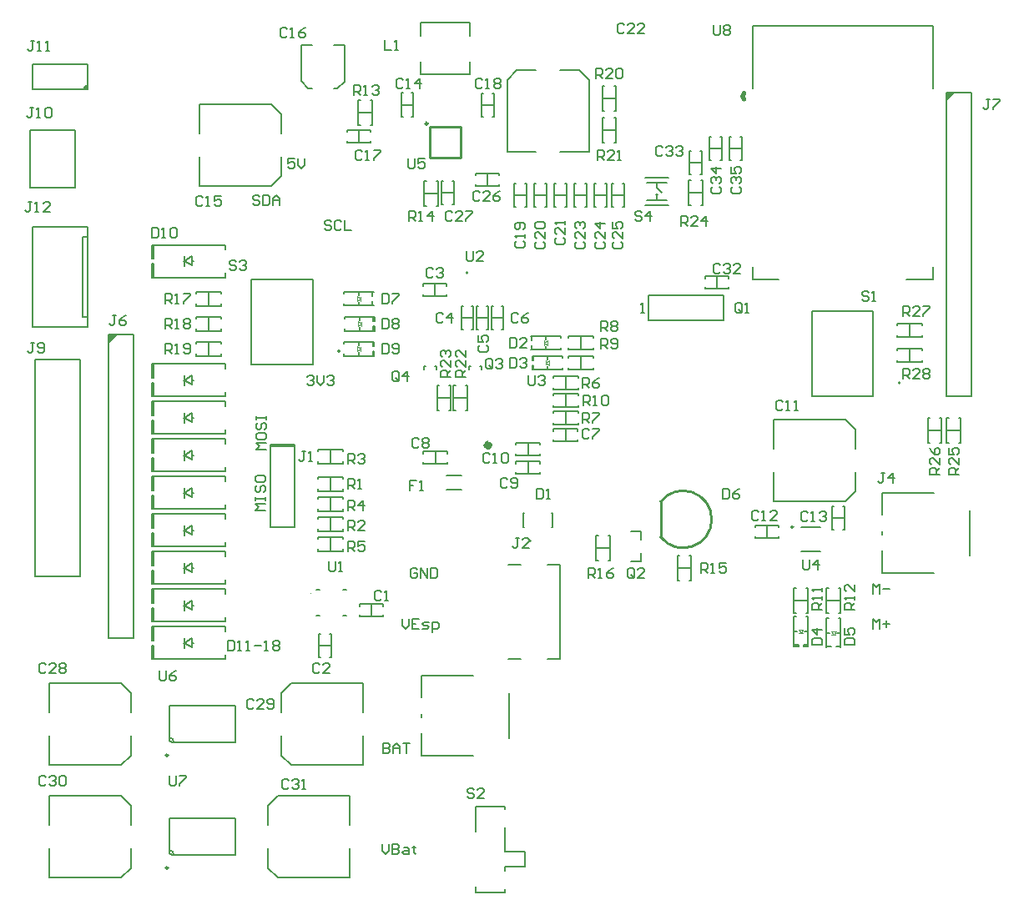
<source format=gto>
G04*
G04 #@! TF.GenerationSoftware,Altium Limited,Altium Designer,22.7.1 (60)*
G04*
G04 Layer_Color=8454143*
%FSLAX25Y25*%
%MOIN*%
G70*
G04*
G04 #@! TF.SameCoordinates,3A20C243-D036-4456-A015-6CD0820CEA74*
G04*
G04*
G04 #@! TF.FilePolarity,Positive*
G04*
G01*
G75*
%ADD10C,0.02000*%
%ADD11C,0.00787*%
%ADD12C,0.01000*%
%ADD13C,0.02500*%
%ADD14C,0.00394*%
%ADD15C,0.00984*%
%ADD16C,0.00591*%
%ADD17C,0.00600*%
%ADD18C,0.00500*%
%ADD19C,0.00800*%
G36*
X29083Y321424D02*
X27744D01*
Y322093D01*
X28531Y322880D01*
X29083D01*
Y321424D01*
D02*
G37*
G36*
X37657Y223248D02*
Y219705D01*
X41201Y223248D01*
X37657D01*
D02*
G37*
G36*
X372158Y320148D02*
Y316605D01*
X375701Y320148D01*
X372158D01*
D02*
G37*
D10*
X291305Y319591D02*
G03*
X291305Y317311I975J-1140D01*
G01*
D11*
X353728Y203906D02*
G03*
X353728Y203906I-394J0D01*
G01*
X206130Y140768D02*
G03*
X206130Y140768I-394J0D01*
G01*
X256893Y279017D02*
G03*
X256893Y279017I-394J0D01*
G01*
X129828Y216605D02*
G03*
X129828Y216605I-394J0D01*
G01*
X63583Y60413D02*
G03*
X61811Y62185I-1772J0D01*
G01*
X29083Y322880D02*
G03*
X27744Y321542I0J-1339D01*
G01*
X63583Y15413D02*
G03*
X61811Y17185I-1772J0D01*
G01*
X181050Y247928D02*
G03*
X181050Y247928I-394J0D01*
G01*
X70681Y115000D02*
X71469D01*
X67532D02*
X67925D01*
X70681Y113425D02*
Y116969D01*
X67925Y115000D02*
X70681Y116969D01*
X67925Y115000D02*
X70681Y113425D01*
X67925Y113031D02*
Y116969D01*
X54736Y116000D02*
Y121500D01*
X84000D01*
X54736Y116000D02*
X55500D01*
Y121500D01*
Y108500D02*
Y114000D01*
X54736D02*
X55500D01*
X84000Y119626D02*
Y121500D01*
X54736Y108500D02*
Y114000D01*
X84000Y108500D02*
Y110374D01*
X54736Y108500D02*
X84000D01*
X54736Y123500D02*
X84000D01*
Y125374D01*
X54736Y123500D02*
Y129000D01*
X84000Y134626D02*
Y136500D01*
X54736Y129000D02*
X55500D01*
Y123500D02*
Y129000D01*
Y131000D02*
Y136500D01*
X54736Y131000D02*
X55500D01*
X54736Y136500D02*
X84000D01*
X54736Y131000D02*
Y136500D01*
X67925Y128032D02*
Y131968D01*
Y130000D02*
X70681Y128425D01*
X67925Y130000D02*
X70681Y131968D01*
Y128425D02*
Y131968D01*
X67532Y130000D02*
X67925D01*
X70681D02*
X71469D01*
X54736Y138500D02*
X84000D01*
Y140374D01*
X54736Y138500D02*
Y144000D01*
X84000Y149626D02*
Y151500D01*
X54736Y144000D02*
X55500D01*
Y138500D02*
Y144000D01*
Y146000D02*
Y151500D01*
X54736Y146000D02*
X55500D01*
X54736Y151500D02*
X84000D01*
X54736Y146000D02*
Y151500D01*
X67925Y143032D02*
Y146968D01*
Y145000D02*
X70681Y143425D01*
X67925Y145000D02*
X70681Y146968D01*
Y143425D02*
Y146968D01*
X67532Y145000D02*
X67925D01*
X70681D02*
X71469D01*
X54736Y153500D02*
X84000D01*
Y155374D01*
X54736Y153500D02*
Y159000D01*
X84000Y164626D02*
Y166500D01*
X54736Y159000D02*
X55500D01*
Y153500D02*
Y159000D01*
Y161000D02*
Y166500D01*
X54736Y161000D02*
X55500D01*
X54736Y166500D02*
X84000D01*
X54736Y161000D02*
Y166500D01*
X67925Y158031D02*
Y161969D01*
Y160000D02*
X70681Y158425D01*
X67925Y160000D02*
X70681Y161969D01*
Y158425D02*
Y161969D01*
X67532Y160000D02*
X67925D01*
X70681D02*
X71469D01*
X70681Y175000D02*
X71469D01*
X67532D02*
X67925D01*
X70681Y173425D02*
Y176969D01*
X67925Y175000D02*
X70681Y176969D01*
X67925Y175000D02*
X70681Y173425D01*
X67925Y173031D02*
Y176969D01*
X54736Y176000D02*
Y181500D01*
X84000D01*
X54736Y176000D02*
X55500D01*
Y181500D01*
Y168500D02*
Y174000D01*
X54736D02*
X55500D01*
X84000Y179626D02*
Y181500D01*
X54736Y168500D02*
Y174000D01*
X84000Y168500D02*
Y170374D01*
X54736Y168500D02*
X84000D01*
X54736Y183500D02*
X84000D01*
Y185374D01*
X54736Y183500D02*
Y189000D01*
X84000Y194626D02*
Y196500D01*
X54736Y189000D02*
X55500D01*
Y183500D02*
Y189000D01*
Y191000D02*
Y196500D01*
X54736Y191000D02*
X55500D01*
X54736Y196500D02*
X84000D01*
X54736Y191000D02*
Y196500D01*
X67925Y188031D02*
Y191969D01*
Y190000D02*
X70681Y188425D01*
X67925Y190000D02*
X70681Y191969D01*
Y188425D02*
Y191969D01*
X67532Y190000D02*
X67925D01*
X70681D02*
X71469D01*
X54736Y198500D02*
X84000D01*
Y200374D01*
X54736Y198500D02*
Y204000D01*
X84000Y209626D02*
Y211500D01*
X54736Y204000D02*
X55500D01*
Y198500D02*
Y204000D01*
Y206000D02*
Y211500D01*
X54736Y206000D02*
X55500D01*
X54736Y211500D02*
X84000D01*
X54736Y206000D02*
Y211500D01*
X67925Y203031D02*
Y206968D01*
Y205000D02*
X70681Y203425D01*
X67925Y205000D02*
X70681Y206968D01*
Y203425D02*
Y206968D01*
X67532Y205000D02*
X67925D01*
X70681D02*
X71469D01*
X114339Y339055D02*
X118669D01*
X114339Y324488D02*
Y339055D01*
Y324488D02*
X117291Y321535D01*
X118669D01*
X127376Y338978D02*
X131707D01*
Y324411D02*
Y338978D01*
X128754Y321458D02*
X131707Y324411D01*
X127376Y321458D02*
X128754D01*
X303162Y156661D02*
X331902D01*
X303162Y189339D02*
X331902D01*
Y156661D02*
X335839Y160599D01*
X331902Y189339D02*
X335839Y185401D01*
X303162Y156661D02*
Y168276D01*
Y177724D02*
Y189339D01*
X335839Y160599D02*
Y168276D01*
Y177724D02*
Y185401D01*
X167821Y210575D02*
X168362D01*
Y209394D02*
Y210575D01*
X163638Y209394D02*
Y210575D01*
X164179D01*
X212795Y93642D02*
X217835D01*
Y131358D01*
X212795D02*
X217835D01*
X197165Y93642D02*
X202087D01*
X197165Y131358D02*
X202087D01*
X102276Y178559D02*
X111724D01*
X102276Y179347D02*
X111724D01*
X102276Y146276D02*
Y179347D01*
Y146276D02*
X111724D01*
Y179347D01*
X172350Y166854D02*
X178650D01*
X172350Y161146D02*
X178650D01*
X54736Y93500D02*
X84000D01*
Y95374D01*
X54736Y93500D02*
Y99000D01*
X84000Y104626D02*
Y106500D01*
X54736Y99000D02*
X55500D01*
Y93500D02*
Y99000D01*
Y101000D02*
Y106500D01*
X54736Y101000D02*
X55500D01*
X54736Y106500D02*
X84000D01*
X54736Y101000D02*
Y106500D01*
X67925Y98032D02*
Y101969D01*
Y100000D02*
X70681Y98425D01*
X67925Y100000D02*
X70681Y101969D01*
Y98425D02*
Y101969D01*
X67532Y100000D02*
X67925D01*
X70681D02*
X71469D01*
X181638Y210575D02*
X182179D01*
X181638Y209394D02*
Y210575D01*
X186362Y209394D02*
Y210575D01*
X185821D02*
X186362D01*
X256499Y281969D02*
X258369Y279804D01*
X252562Y283938D02*
X260436D01*
X256499Y281969D02*
Y283938D01*
Y277048D02*
Y279017D01*
X252562Y277048D02*
X260436D01*
X251775Y286005D02*
X261223D01*
X251775Y274981D02*
X261223D01*
X246237Y144465D02*
X250093D01*
Y141316D02*
Y144465D01*
X246237Y132654D02*
X250093D01*
Y135860D01*
X184095Y34626D02*
X195905D01*
X184095Y374D02*
X195905D01*
Y10610D02*
X203780D01*
Y16516D01*
X195905D02*
X203780D01*
X184095Y374D02*
Y2539D01*
Y24587D02*
Y34626D01*
X195905Y374D02*
Y1555D01*
Y8839D02*
Y10610D01*
Y16516D02*
Y26161D01*
Y33445D02*
Y34626D01*
X73662Y282662D02*
X102401D01*
X73662Y315338D02*
X102401D01*
Y282662D02*
X106339Y286598D01*
X102401Y315338D02*
X106339Y311402D01*
X73662Y282662D02*
Y294276D01*
Y303724D02*
Y315338D01*
X106339Y286598D02*
Y294276D01*
Y303724D02*
Y311402D01*
X162006Y347793D02*
X181691D01*
X162006Y327321D02*
X181691D01*
X162006Y342675D02*
Y347793D01*
X181691Y342675D02*
Y347793D01*
X162006Y327321D02*
Y332439D01*
X181691Y327321D02*
Y332439D01*
X229363Y296162D02*
Y324902D01*
X196686Y296162D02*
Y324902D01*
X225426Y328838D02*
X229363Y324902D01*
X196686D02*
X200623Y328838D01*
X217749Y296162D02*
X229363D01*
X196686D02*
X208300D01*
X217749Y328838D02*
X225426D01*
X200623D02*
X208300D01*
X61811Y61102D02*
Y74783D01*
Y61102D02*
X62697Y60216D01*
X88189D01*
X63583D02*
Y60413D01*
X88189Y60216D02*
Y74783D01*
X61811D02*
X88189D01*
X260500Y229000D02*
X283016D01*
X253000D02*
Y239000D01*
Y229000D02*
X260500D01*
X283016D02*
Y239000D01*
X253000D02*
X260500D01*
X283016D01*
X7000Y266400D02*
X29000D01*
X7000Y226400D02*
Y266400D01*
Y226400D02*
X29000D01*
X27000Y230400D02*
X29000D01*
X27000D02*
Y262400D01*
X29000D01*
Y226400D02*
Y266400D01*
X6307Y281786D02*
X24024D01*
Y305014D01*
X6307D02*
X24024D01*
X6307Y281786D02*
Y305014D01*
X27744Y321424D02*
Y321542D01*
X29083Y321424D02*
Y331424D01*
X7035D02*
X29083D01*
X7035Y321424D02*
Y331424D01*
Y321424D02*
X29083D01*
X8307Y126752D02*
X26024D01*
Y213366D01*
X8307D02*
X26024D01*
X8307Y126752D02*
Y213366D01*
X37500Y101870D02*
Y223130D01*
Y101870D02*
X47500D01*
Y223130D01*
X37500D02*
X47500D01*
X372000Y198770D02*
Y320030D01*
Y198770D02*
X382000D01*
Y320030D01*
X372000D02*
X382000D01*
X13661Y51161D02*
X42401D01*
X13661Y83838D02*
X42401D01*
Y51161D02*
X46338Y55098D01*
X42401Y83838D02*
X46338Y79901D01*
X13661Y51161D02*
Y62776D01*
Y72224D02*
Y83838D01*
X46338Y55098D02*
Y62776D01*
Y72224D02*
Y79901D01*
X110453Y83838D02*
X139193D01*
X110453Y51161D02*
X139193D01*
X106516Y79901D02*
X110453Y83838D01*
X106516Y55098D02*
X110453Y51161D01*
X139193Y72224D02*
Y83838D01*
Y51161D02*
Y62776D01*
X106516Y72224D02*
Y79901D01*
Y55098D02*
Y62776D01*
X61811Y16102D02*
Y29783D01*
Y16102D02*
X62697Y15216D01*
X88189D01*
X63583D02*
Y15413D01*
X88189Y15216D02*
Y29783D01*
X61811D02*
X88189D01*
X105098Y38838D02*
X133839D01*
X105098Y6161D02*
X133839D01*
X101162Y34901D02*
X105098Y38838D01*
X101162Y10098D02*
X105098Y6161D01*
X133839Y27224D02*
Y38838D01*
Y6161D02*
Y17776D01*
X101162Y27224D02*
Y34901D01*
Y10098D02*
Y17776D01*
X13661Y6161D02*
X42401D01*
X13661Y38838D02*
X42401D01*
Y6161D02*
X46338Y10098D01*
X42401Y38838D02*
X46338Y34901D01*
X13661Y6161D02*
Y17776D01*
Y27224D02*
Y38838D01*
X46338Y10098D02*
Y17776D01*
Y27224D02*
Y34901D01*
X54736Y246000D02*
X84000D01*
Y247874D01*
X54736Y246000D02*
Y251500D01*
X84000Y257126D02*
Y259000D01*
X54736Y251500D02*
X55500D01*
Y246000D02*
Y251500D01*
Y253500D02*
Y259000D01*
X54736Y253500D02*
X55500D01*
X54736Y259000D02*
X84000D01*
X54736Y253500D02*
Y259000D01*
X67925Y250532D02*
Y254468D01*
Y252500D02*
X70681Y250925D01*
X67925Y252500D02*
X70681Y254468D01*
Y250925D02*
Y254468D01*
X67532Y252500D02*
X67925D01*
X70681D02*
X71469D01*
D12*
X310896Y146321D02*
G03*
X310896Y146321I-278J0D01*
G01*
X257983Y142387D02*
G03*
X257983Y156413I9017J7013D01*
G01*
X165050Y307584D02*
G03*
X165050Y307584I-500J0D01*
G01*
X258000Y142400D02*
Y156400D01*
X178152Y293982D02*
Y306187D01*
X165947Y293982D02*
X178152D01*
X165947Y306187D02*
X178152D01*
X165947Y293982D02*
Y306187D01*
D13*
X189500Y179000D02*
G03*
X189500Y179000I-500J0D01*
G01*
D14*
X118429Y119937D02*
G03*
X118429Y119937I-197J0D01*
G01*
X211336Y219969D02*
X212714Y218985D01*
Y219969D01*
X211336Y219083D02*
Y219969D01*
Y220855D01*
X212714Y219969D02*
Y220953D01*
X211336Y219969D02*
X212714Y220953D01*
X212000Y212000D02*
X213378Y212984D01*
Y212000D02*
Y212984D01*
X212000Y212000D02*
Y212886D01*
Y211114D02*
Y212000D01*
X213378Y211016D02*
Y212000D01*
X212000D02*
X213378Y211016D01*
X137122Y226516D02*
X138500Y227500D01*
X137122Y226516D02*
Y227500D01*
X138500Y226614D02*
Y227500D01*
Y228386D01*
X137122Y227500D02*
Y228484D01*
X138500Y227500D01*
X136786Y238515D02*
X138164Y237531D01*
X136786D02*
Y238515D01*
X138164Y237531D02*
Y238417D01*
Y236645D02*
Y237531D01*
X136786Y236546D02*
Y237531D01*
Y236546D02*
X138164Y237531D01*
X136811Y216516D02*
X138189Y217500D01*
X136811Y216516D02*
Y217500D01*
X138189Y216614D02*
Y217500D01*
Y218386D01*
X136811Y217500D02*
Y218484D01*
X138189Y217500D01*
X314000Y104000D02*
X314984Y105378D01*
X314000D02*
X314984D01*
X314000Y104000D02*
X314886D01*
X313114D02*
X314000D01*
X313016Y105378D02*
X314000D01*
X313016D02*
X314000Y104000D01*
X326046Y104714D02*
X327031Y103336D01*
X326046Y104714D02*
X327031D01*
X326145Y103336D02*
X327031D01*
X327917D01*
X327031Y104714D02*
X328015D01*
X327031Y103336D02*
X328015Y104714D01*
D15*
X61319Y55098D02*
G03*
X61319Y55098I-492J0D01*
G01*
Y10098D02*
G03*
X61319Y10098I-492J0D01*
G01*
D16*
X126000Y136744D02*
Y142256D01*
X121000Y141500D02*
Y142256D01*
X131000D01*
Y141500D02*
Y142256D01*
Y136744D02*
Y137500D01*
X121000Y136744D02*
X131000D01*
X121000D02*
Y137500D01*
X126000Y144744D02*
Y150256D01*
X131000Y144744D02*
Y145500D01*
X121000Y144744D02*
X131000D01*
X121000D02*
Y145500D01*
Y149500D02*
Y150256D01*
X131000D01*
Y149500D02*
Y150256D01*
X126000Y152744D02*
Y158256D01*
X121000Y157500D02*
Y158256D01*
X131000D01*
Y157500D02*
Y158256D01*
Y152744D02*
Y153500D01*
X121000Y152744D02*
X131000D01*
X121000D02*
Y153500D01*
X126000Y160744D02*
Y166256D01*
X131000Y160744D02*
Y161500D01*
X121000Y160744D02*
X131000D01*
X121000D02*
Y161500D01*
Y165500D02*
Y166256D01*
X131000D01*
Y165500D02*
Y166256D01*
X126000Y171744D02*
Y177256D01*
X131000Y171744D02*
Y172500D01*
X121000Y171744D02*
X131000D01*
X121000D02*
Y172500D01*
Y176500D02*
Y177256D01*
X131000D01*
Y176500D02*
Y177256D01*
X220000Y180539D02*
Y185461D01*
X224724Y180539D02*
Y181228D01*
X215276Y180539D02*
X224724D01*
X215276D02*
Y181228D01*
Y184772D02*
Y185461D01*
X224724D01*
Y184772D02*
Y185461D01*
X205000Y167539D02*
Y172461D01*
X200276Y171772D02*
Y172461D01*
X209724D01*
Y171772D02*
Y172461D01*
Y167539D02*
Y168228D01*
X200276Y167539D02*
X209724D01*
X200276D02*
Y168228D01*
X168744Y203000D02*
X169500D01*
X168744Y193000D02*
Y203000D01*
Y193000D02*
X169500D01*
X173500D02*
X174256D01*
Y203000D01*
X173500D02*
X174256D01*
X168744Y198000D02*
X174256D01*
X274000Y275000D02*
X274756D01*
Y285000D01*
X274000D02*
X274756D01*
X269244D02*
X270000D01*
X269244Y275000D02*
Y285000D01*
Y275000D02*
X270000D01*
X269244Y280000D02*
X274756D01*
X220000Y201244D02*
Y206756D01*
X215000Y206000D02*
Y206756D01*
X225000D01*
Y206000D02*
Y206756D01*
Y201244D02*
Y202000D01*
X215000Y201244D02*
X225000D01*
X215000D02*
Y202000D01*
X220000Y187244D02*
Y192756D01*
X215000Y192000D02*
Y192756D01*
X225000D01*
Y192000D02*
Y192756D01*
Y187244D02*
Y188000D01*
X215000Y187244D02*
X225000D01*
X215000D02*
Y188000D01*
X357500Y212244D02*
Y217756D01*
X352500Y217000D02*
Y217756D01*
X362500D01*
Y217000D02*
Y217756D01*
Y212244D02*
Y213000D01*
X352500Y212244D02*
X362500D01*
X352500D02*
Y213000D01*
X186539Y319724D02*
X187228D01*
X186539Y310276D02*
Y319724D01*
Y310276D02*
X187228D01*
X190772D02*
X191461D01*
Y319724D01*
X190772D02*
X191461D01*
X186539Y315000D02*
X191461D01*
X163276Y171539D02*
Y172228D01*
Y171539D02*
X172724D01*
Y172228D01*
Y175772D02*
Y176461D01*
X163276D02*
X172724D01*
X163276Y175772D02*
Y176461D01*
X168000Y171539D02*
Y176461D01*
X200315Y175039D02*
Y175728D01*
Y175039D02*
X209764D01*
Y175728D01*
Y179272D02*
Y179961D01*
X200315D02*
X209764D01*
X200315Y179272D02*
Y179961D01*
X205039Y175039D02*
Y179961D01*
X218025Y217213D02*
Y217969D01*
X206119Y217213D02*
X218025D01*
X206525D02*
Y218969D01*
Y220969D02*
Y222725D01*
X206119D02*
X218025D01*
Y221969D02*
Y222725D01*
X212025Y221347D02*
Y222725D01*
Y217213D02*
Y218591D01*
X221000Y217244D02*
Y218000D01*
Y217244D02*
X231000D01*
Y218000D01*
Y222000D02*
Y222756D01*
X221000D02*
X231000D01*
X221000Y222000D02*
Y222756D01*
X226000Y217244D02*
Y222756D01*
X221000Y209244D02*
Y210000D01*
Y209244D02*
X231000D01*
Y210000D01*
Y214000D02*
Y214756D01*
X221000D02*
X231000D01*
X221000Y214000D02*
Y214756D01*
X226000Y209244D02*
Y214756D01*
X218689Y214000D02*
Y214756D01*
X207177D02*
X218689D01*
X207189Y213000D02*
Y214756D01*
Y209244D02*
Y211000D01*
X206784Y209244D02*
X218689D01*
Y210000D01*
X212689Y209244D02*
Y210622D01*
X206689Y214756D02*
X207189D01*
X206689Y213000D02*
Y214756D01*
Y213000D02*
X207189D01*
X206689Y209244D02*
X207189D01*
X206689D02*
Y211000D01*
X207189D01*
X212689Y213378D02*
Y214756D01*
X225000Y199000D02*
Y199756D01*
X215000D02*
X225000D01*
X215000Y199000D02*
Y199756D01*
Y194244D02*
Y195000D01*
Y194244D02*
X225000D01*
Y195000D01*
X220000Y194244D02*
Y199756D01*
X82500Y229500D02*
Y230256D01*
X72500D02*
X82500D01*
X72500Y229500D02*
Y230256D01*
Y224744D02*
Y225500D01*
Y224744D02*
X82500D01*
Y225500D01*
X77500Y224744D02*
Y230256D01*
X277539Y297500D02*
X282461D01*
X277539Y292776D02*
X278228D01*
X277539D02*
Y302224D01*
X278228D01*
X281772D02*
X282461D01*
Y292776D02*
Y302224D01*
X281772Y292776D02*
X282461D01*
X285539Y297500D02*
X290461D01*
X285539Y292776D02*
X286228D01*
X285539D02*
Y302224D01*
X286228D01*
X289772D02*
X290461D01*
Y292776D02*
Y302224D01*
X289772Y292776D02*
X290461D01*
X269539Y292000D02*
X274461D01*
X269539Y287276D02*
X270228D01*
X269539D02*
Y296724D01*
X270228D01*
X273772D02*
X274461D01*
Y287276D02*
Y296724D01*
X273772Y287276D02*
X274461D01*
X175244Y198000D02*
X180756D01*
X180000Y203000D02*
X180756D01*
Y193000D02*
Y203000D01*
X180000Y193000D02*
X180756D01*
X175244D02*
X176000D01*
X175244D02*
Y203000D01*
X176000D01*
X234744Y317441D02*
X240256D01*
X234744Y312441D02*
X235500D01*
X234744D02*
Y322441D01*
X235500D01*
X239500D02*
X240256D01*
Y312441D02*
Y322441D01*
X239500Y312441D02*
X240256D01*
X234744Y304941D02*
X240256D01*
X234744Y299941D02*
X235500D01*
X234744D02*
Y309941D01*
X235500D01*
X239500D02*
X240256D01*
Y299941D02*
Y309941D01*
X239500Y299941D02*
X240256D01*
X372244Y185000D02*
X377756D01*
X377000Y190000D02*
X377756D01*
Y180000D02*
Y190000D01*
X377000Y180000D02*
X377756D01*
X372244D02*
X373000D01*
X372244D02*
Y190000D01*
X373000D01*
X364744Y185000D02*
X370256D01*
X369500Y190000D02*
X370256D01*
Y180000D02*
Y190000D01*
X369500Y180000D02*
X370256D01*
X364744D02*
X365500D01*
X364744D02*
Y190000D01*
X365500D01*
X357500Y222244D02*
Y227756D01*
X352500Y227000D02*
Y227756D01*
X362500D01*
Y227000D02*
Y227756D01*
Y222244D02*
Y223000D01*
X352500Y222244D02*
X362500D01*
X352500D02*
Y223000D01*
X137811Y228878D02*
Y230256D01*
Y224744D02*
Y226122D01*
X143311Y228500D02*
X143811D01*
Y230256D01*
X143311D02*
X143811D01*
X143311Y226500D02*
X143811D01*
Y224744D02*
Y226500D01*
X143311Y224744D02*
X143811D01*
X131811Y229500D02*
Y230256D01*
X143717D01*
X143311Y228500D02*
Y230256D01*
Y224744D02*
Y226500D01*
X131811Y224744D02*
X143717D01*
X131811D02*
Y225500D01*
X131475Y239531D02*
Y240287D01*
X143380D01*
X142975Y238531D02*
Y240287D01*
Y234775D02*
Y236531D01*
X131475Y234775D02*
X143380D01*
X131475D02*
Y235531D01*
X137475Y234775D02*
Y236153D01*
Y238909D02*
Y240287D01*
X137500Y218878D02*
Y220256D01*
Y214744D02*
Y216122D01*
X131500Y214744D02*
Y215500D01*
Y214744D02*
X143405D01*
X143000D02*
Y216500D01*
Y218500D02*
Y220256D01*
X131500D02*
X143405D01*
X131500Y219500D02*
Y220256D01*
X143000Y214744D02*
X143500D01*
Y216500D01*
X143000D02*
X143500D01*
X143000Y220256D02*
X143500D01*
Y218500D02*
Y220256D01*
X143000Y218500D02*
X143500D01*
X82500Y219500D02*
Y220256D01*
X72500D02*
X82500D01*
X72500Y219500D02*
Y220256D01*
Y214744D02*
Y215500D01*
Y214744D02*
X82500D01*
Y215500D01*
X77500Y214744D02*
Y220256D01*
X82500Y239500D02*
Y240256D01*
X72500D02*
X82500D01*
X72500Y239500D02*
Y240256D01*
Y234744D02*
Y235500D01*
Y234744D02*
X82500D01*
Y235500D01*
X77500Y234744D02*
Y240256D01*
X264744Y135000D02*
X265500D01*
X264744Y125000D02*
Y135000D01*
Y125000D02*
X265500D01*
X269500D02*
X270256D01*
Y135000D01*
X269500D02*
X270256D01*
X264744Y130000D02*
X270256D01*
X237000Y133000D02*
X237756D01*
Y143000D01*
X237000D02*
X237756D01*
X232244D02*
X233000D01*
X232244Y133000D02*
Y143000D01*
Y133000D02*
X233000D01*
X232244Y138000D02*
X237756D01*
X285224Y245772D02*
Y246461D01*
X275776D02*
X285224D01*
X275776Y245772D02*
Y246461D01*
Y241539D02*
Y242228D01*
Y241539D02*
X285224D01*
Y242228D01*
X280500Y241539D02*
Y246461D01*
X238515Y279000D02*
X243436D01*
X238515Y274276D02*
X239204D01*
X238515D02*
Y283724D01*
X239204D01*
X242747D02*
X243436D01*
Y274276D02*
Y283724D01*
X242747Y274276D02*
X243436D01*
X223491Y279000D02*
X228412D01*
X223491Y274276D02*
X224180D01*
X223491D02*
Y283724D01*
X224180D01*
X227723D02*
X228412D01*
Y274276D02*
Y283724D01*
X227723Y274276D02*
X228412D01*
X231491Y279000D02*
X236412D01*
X231491Y274276D02*
X232180D01*
X231491D02*
Y283724D01*
X232180D01*
X235723D02*
X236412D01*
Y274276D02*
Y283724D01*
X235723Y274276D02*
X236412D01*
X215491Y279000D02*
X220412D01*
X219723Y283724D02*
X220412D01*
Y274276D02*
Y283724D01*
X219723Y274276D02*
X220412D01*
X215491D02*
X216180D01*
X215491D02*
Y283724D01*
X216180D01*
X137500Y300039D02*
Y304961D01*
X132776Y304272D02*
Y304961D01*
X142224D01*
Y304272D02*
Y304961D01*
Y300039D02*
Y300728D01*
X132776Y300039D02*
X142224D01*
X132776D02*
Y300728D01*
X137244Y312000D02*
X142756D01*
X137244Y307000D02*
X138000D01*
X137244D02*
Y317000D01*
X138000D01*
X142000D02*
X142756D01*
Y307000D02*
Y317000D01*
X142000Y307000D02*
X142756D01*
X188849Y282639D02*
Y287561D01*
X184124Y286872D02*
Y287561D01*
X193573D01*
Y286872D02*
Y287561D01*
Y282639D02*
Y283328D01*
X184124Y282639D02*
X193573D01*
X184124D02*
Y283328D01*
X154388Y315100D02*
X159309D01*
X158620Y319824D02*
X159309D01*
Y310376D02*
Y319824D01*
X158620Y310376D02*
X159309D01*
X154388D02*
X155077D01*
X154388D02*
Y319824D01*
X155077D01*
X199491Y279000D02*
X204412D01*
X203723Y283724D02*
X204412D01*
Y274276D02*
Y283724D01*
X203723Y274276D02*
X204412D01*
X199491D02*
X200180D01*
X199491D02*
Y283724D01*
X200180D01*
X207491Y279000D02*
X212412D01*
X211723Y283724D02*
X212412D01*
Y274276D02*
Y283724D01*
X211723Y274276D02*
X212412D01*
X207491D02*
X208180D01*
X207491D02*
Y283724D01*
X208180D01*
X163593Y279600D02*
X169105D01*
X163593Y274600D02*
X164349D01*
X163593D02*
Y284600D01*
X164349D01*
X168349D02*
X169105D01*
Y274600D02*
Y284600D01*
X168349Y274600D02*
X169105D01*
X170539Y280000D02*
X175461D01*
X170539Y275276D02*
X171228D01*
X170539D02*
Y284724D01*
X171228D01*
X174772D02*
X175461D01*
Y275276D02*
Y284724D01*
X174772Y275276D02*
X175461D01*
X311244Y110689D02*
X312000D01*
X311244Y98783D02*
Y110689D01*
Y99189D02*
X313000D01*
X315000D02*
X316756D01*
Y98783D02*
Y110689D01*
X316000D02*
X316756D01*
X311244Y98689D02*
Y99189D01*
Y98689D02*
X313000D01*
Y99189D01*
X316756Y98689D02*
Y99189D01*
X315000Y98689D02*
X316756D01*
X315000D02*
Y99189D01*
X311244Y104689D02*
X312622D01*
X315378D02*
X316756D01*
X311244Y117000D02*
X316756D01*
X311244Y112000D02*
X312000D01*
X311244D02*
Y122000D01*
X312000D01*
X316000D02*
X316756D01*
Y112000D02*
Y122000D01*
X316000Y112000D02*
X316756D01*
X324244Y117000D02*
X329756D01*
X324244Y112000D02*
X325000D01*
X324244D02*
Y122000D01*
X325000D01*
X329000D02*
X329756D01*
Y112000D02*
Y122000D01*
X329000Y112000D02*
X329756D01*
X328409Y104025D02*
X329787D01*
X324275D02*
X325653D01*
X324275Y110025D02*
X325031D01*
X324275Y98119D02*
Y110025D01*
Y98525D02*
X326031D01*
X328031D02*
X329787D01*
Y98119D02*
Y110025D01*
X329031D02*
X329787D01*
X326539Y154724D02*
X327228D01*
X326539Y145276D02*
Y154724D01*
Y145276D02*
X327228D01*
X330772D02*
X331461D01*
Y154724D01*
X330772D02*
X331461D01*
X326539Y150000D02*
X331461D01*
X295776Y142039D02*
Y142728D01*
Y142039D02*
X305224D01*
Y142728D01*
Y146272D02*
Y146961D01*
X295776D02*
X305224D01*
X295776Y146272D02*
Y146961D01*
X300500Y142039D02*
Y146961D01*
X147224Y114772D02*
Y115461D01*
X137776D02*
X147224D01*
X137776Y114772D02*
Y115461D01*
Y110539D02*
Y111228D01*
Y110539D02*
X147224D01*
Y111228D01*
X142500Y110539D02*
Y115461D01*
X125772Y94276D02*
X126461D01*
Y103724D01*
X125772D02*
X126461D01*
X121539D02*
X122228D01*
X121539Y94276D02*
Y103724D01*
Y94276D02*
X122228D01*
X121539Y99000D02*
X126461D01*
X188570Y225276D02*
X189259D01*
Y234724D01*
X188570D02*
X189259D01*
X184338D02*
X185027D01*
X184338Y225276D02*
Y234724D01*
Y225276D02*
X185027D01*
X184338Y230000D02*
X189259D01*
X194570Y225276D02*
X195259D01*
Y234724D01*
X194570D02*
X195259D01*
X190338D02*
X191027D01*
X190338Y225276D02*
Y234724D01*
Y225276D02*
X191027D01*
X190338Y230000D02*
X195259D01*
X163074Y238539D02*
Y239228D01*
Y238539D02*
X172523D01*
Y239228D01*
Y242772D02*
Y243461D01*
X163074D02*
X172523D01*
X163074Y242772D02*
Y243461D01*
X167798Y238539D02*
Y243461D01*
X182570Y225276D02*
X183259D01*
Y234724D01*
X182570D02*
X183259D01*
X178338D02*
X179027D01*
X178338Y225276D02*
Y234724D01*
Y225276D02*
X179027D01*
X178338Y230000D02*
X183259D01*
D17*
X356290Y245296D02*
X366680D01*
Y321511D02*
Y346696D01*
X294779Y245296D02*
Y250391D01*
Y321511D02*
Y346696D01*
X366680D01*
Y245296D02*
Y250391D01*
X294779Y245296D02*
X305170D01*
X162550Y70323D02*
Y71677D01*
Y54950D02*
Y63803D01*
Y54950D02*
X182993D01*
X162550Y78197D02*
Y87050D01*
X182993D01*
X197450Y62071D02*
Y79929D01*
X346550Y143323D02*
Y144677D01*
Y127950D02*
Y136803D01*
Y127950D02*
X366993D01*
X346550Y151197D02*
Y160050D01*
X366993D01*
X381450Y135071D02*
Y152929D01*
X133168Y136501D02*
Y140499D01*
X135167D01*
X135834Y139833D01*
Y138500D01*
X135167Y137833D01*
X133168D01*
X134501D02*
X135834Y136501D01*
X139832Y140499D02*
X137167D01*
Y138500D01*
X138499Y139166D01*
X139166D01*
X139832Y138500D01*
Y137167D01*
X139166Y136501D01*
X137833D01*
X137167Y137167D01*
X133168Y145001D02*
Y148999D01*
X135167D01*
X135834Y148333D01*
Y147000D01*
X135167Y146334D01*
X133168D01*
X134501D02*
X135834Y145001D01*
X139832D02*
X137167D01*
X139832Y147667D01*
Y148333D01*
X139166Y148999D01*
X137833D01*
X137167Y148333D01*
X133168Y152901D02*
Y156899D01*
X135167D01*
X135834Y156233D01*
Y154900D01*
X135167Y154234D01*
X133168D01*
X134501D02*
X135834Y152901D01*
X139166D02*
Y156899D01*
X137167Y154900D01*
X139832D01*
X133034Y161501D02*
Y165499D01*
X135034D01*
X135700Y164833D01*
Y163500D01*
X135034Y162833D01*
X133034D01*
X134367D02*
X135700Y161501D01*
X137033D02*
X138366D01*
X137700D01*
Y165499D01*
X137033Y164833D01*
X133168Y171501D02*
Y175499D01*
X135167D01*
X135834Y174833D01*
Y173500D01*
X135167Y172834D01*
X133168D01*
X134501D02*
X135834Y171501D01*
X137167Y174833D02*
X137833Y175499D01*
X139166D01*
X139832Y174833D01*
Y174167D01*
X139166Y173500D01*
X138499D01*
X139166D01*
X139832Y172834D01*
Y172167D01*
X139166Y171501D01*
X137833D01*
X137167Y172167D01*
X85000Y100999D02*
Y97000D01*
X86999D01*
X87666Y97666D01*
Y100332D01*
X86999Y100999D01*
X85000D01*
X88999Y97000D02*
X90332D01*
X89665D01*
Y100999D01*
X88999Y100332D01*
X92331Y97000D02*
X93664D01*
X92997D01*
Y100999D01*
X92331Y100332D01*
X95663Y98999D02*
X98329D01*
X99662Y97000D02*
X100995D01*
X100328D01*
Y100999D01*
X99662Y100332D01*
X102994D02*
X103661Y100999D01*
X104994D01*
X105660Y100332D01*
Y99666D01*
X104994Y98999D01*
X105660Y98333D01*
Y97666D01*
X104994Y97000D01*
X103661D01*
X102994Y97666D01*
Y98333D01*
X103661Y98999D01*
X102994Y99666D01*
Y100332D01*
X103661Y98999D02*
X104994D01*
X201333Y141999D02*
X200001D01*
X200667D01*
Y138667D01*
X200001Y138001D01*
X199334D01*
X198668Y138667D01*
X205332Y138001D02*
X202666D01*
X205332Y140666D01*
Y141333D01*
X204666Y141999D01*
X203333D01*
X202666Y141333D01*
X354668Y205501D02*
Y209499D01*
X356668D01*
X357334Y208833D01*
Y207500D01*
X356668Y206834D01*
X354668D01*
X356001D02*
X357334Y205501D01*
X361333D02*
X358667D01*
X361333Y208166D01*
Y208833D01*
X360666Y209499D01*
X359334D01*
X358667Y208833D01*
X362666D02*
X363332Y209499D01*
X364665D01*
X365332Y208833D01*
Y208166D01*
X364665Y207500D01*
X365332Y206834D01*
Y206167D01*
X364665Y205501D01*
X363332D01*
X362666Y206167D01*
Y206834D01*
X363332Y207500D01*
X362666Y208166D01*
Y208833D01*
X363332Y207500D02*
X364665D01*
X342668Y119501D02*
Y123499D01*
X344001Y122167D01*
X345334Y123499D01*
Y119501D01*
X346667Y121500D02*
X349332D01*
X342668Y105501D02*
Y109499D01*
X344001Y108167D01*
X345334Y109499D01*
Y105501D01*
X346667Y107500D02*
X349332D01*
X347999Y108833D02*
Y106167D01*
X54900Y266099D02*
Y262100D01*
X56899D01*
X57566Y262766D01*
Y265432D01*
X56899Y266099D01*
X54900D01*
X58899Y262100D02*
X60232D01*
X59565D01*
Y266099D01*
X58899Y265432D01*
X62231D02*
X62897Y266099D01*
X64230D01*
X64897Y265432D01*
Y262766D01*
X64230Y262100D01*
X62897D01*
X62231Y262766D01*
Y265432D01*
X279168Y346999D02*
Y343667D01*
X279834Y343001D01*
X281167D01*
X281834Y343667D01*
Y346999D01*
X283167Y346333D02*
X283833Y346999D01*
X285166D01*
X285832Y346333D01*
Y345666D01*
X285166Y345000D01*
X285832Y344334D01*
Y343667D01*
X285166Y343001D01*
X283833D01*
X283167Y343667D01*
Y344334D01*
X283833Y345000D01*
X283167Y345666D01*
Y346333D01*
X283833Y345000D02*
X285166D01*
X61668Y46999D02*
Y43667D01*
X62334Y43001D01*
X63667D01*
X64334Y43667D01*
Y46999D01*
X65667D02*
X68332D01*
Y46333D01*
X65667Y43667D01*
Y43001D01*
X57668Y88999D02*
Y85667D01*
X58334Y85001D01*
X59667D01*
X60334Y85667D01*
Y88999D01*
X64332D02*
X62999Y88333D01*
X61667Y87000D01*
Y85667D01*
X62333Y85001D01*
X63666D01*
X64332Y85667D01*
Y86334D01*
X63666Y87000D01*
X61667D01*
X157017Y293599D02*
Y290267D01*
X157683Y289601D01*
X159016D01*
X159682Y290267D01*
Y293599D01*
X163681D02*
X161015D01*
Y291600D01*
X162348Y292266D01*
X163015D01*
X163681Y291600D01*
Y290267D01*
X163015Y289601D01*
X161682D01*
X161015Y290267D01*
X314668Y133234D02*
Y129902D01*
X315334Y129235D01*
X316667D01*
X317334Y129902D01*
Y133234D01*
X320666Y129235D02*
Y133234D01*
X318667Y131235D01*
X321332D01*
X205168Y206999D02*
Y203667D01*
X205834Y203001D01*
X207167D01*
X207834Y203667D01*
Y206999D01*
X209167Y206333D02*
X209833Y206999D01*
X211166D01*
X211832Y206333D01*
Y205666D01*
X211166Y205000D01*
X210499D01*
X211166D01*
X211832Y204333D01*
Y203667D01*
X211166Y203001D01*
X209833D01*
X209167Y203667D01*
X180500Y256599D02*
Y253266D01*
X181167Y252600D01*
X182499D01*
X183166Y253266D01*
Y256599D01*
X187164Y252600D02*
X184499D01*
X187164Y255266D01*
Y255932D01*
X186498Y256599D01*
X185165D01*
X184499Y255932D01*
X125334Y132499D02*
Y129167D01*
X126001Y128501D01*
X127333D01*
X128000Y129167D01*
Y132499D01*
X129333Y128501D02*
X130666D01*
X129999D01*
Y132499D01*
X129333Y131833D01*
X111834Y293499D02*
X109168D01*
Y291500D01*
X110501Y292166D01*
X111167D01*
X111834Y291500D01*
Y290167D01*
X111167Y289501D01*
X109834D01*
X109168Y290167D01*
X113166Y293499D02*
Y290834D01*
X114499Y289501D01*
X115832Y290834D01*
Y293499D01*
X116668Y206333D02*
X117335Y206999D01*
X118668D01*
X119334Y206333D01*
Y205666D01*
X118668Y205000D01*
X118001D01*
X118668D01*
X119334Y204333D01*
Y203667D01*
X118668Y203001D01*
X117335D01*
X116668Y203667D01*
X120667Y206999D02*
Y204333D01*
X122000Y203001D01*
X123333Y204333D01*
Y206999D01*
X124666Y206333D02*
X125332Y206999D01*
X126665D01*
X127332Y206333D01*
Y205666D01*
X126665Y205000D01*
X125999D01*
X126665D01*
X127332Y204333D01*
Y203667D01*
X126665Y203001D01*
X125332D01*
X124666Y203667D01*
X154669Y109666D02*
Y107000D01*
X156002Y105667D01*
X157335Y107000D01*
Y109666D01*
X161334D02*
X158668D01*
Y105667D01*
X161334D01*
X158668Y107667D02*
X160001D01*
X162666Y105667D02*
X164666D01*
X165332Y106333D01*
X164666Y107000D01*
X163333D01*
X162666Y107667D01*
X163333Y108333D01*
X165332D01*
X166665Y104334D02*
Y108333D01*
X168665D01*
X169331Y107667D01*
Y106333D01*
X168665Y105667D01*
X166665D01*
X146835Y19499D02*
Y16834D01*
X148168Y15501D01*
X149501Y16834D01*
Y19499D01*
X150834D02*
Y15501D01*
X152833D01*
X153500Y16167D01*
Y16834D01*
X152833Y17500D01*
X150834D01*
X152833D01*
X153500Y18167D01*
Y18833D01*
X152833Y19499D01*
X150834D01*
X155499Y18167D02*
X156832D01*
X157499Y17500D01*
Y15501D01*
X155499D01*
X154833Y16167D01*
X155499Y16834D01*
X157499D01*
X159498Y18833D02*
Y18167D01*
X158832D01*
X160164D01*
X159498D01*
Y16167D01*
X160164Y15501D01*
X160834Y129333D02*
X160168Y129999D01*
X158835D01*
X158168Y129333D01*
Y126667D01*
X158835Y126001D01*
X160168D01*
X160834Y126667D01*
Y128000D01*
X159501D01*
X162167Y126001D02*
Y129999D01*
X164833Y126001D01*
Y129999D01*
X166166D02*
Y126001D01*
X168165D01*
X168832Y126667D01*
Y129333D01*
X168165Y129999D01*
X166166D01*
X99999Y153002D02*
X96001D01*
X97334Y154335D01*
X96001Y155668D01*
X99999D01*
X96001Y157001D02*
Y158334D01*
Y157667D01*
X99999D01*
Y157001D01*
Y158334D01*
X96667Y162999D02*
X96001Y162333D01*
Y161000D01*
X96667Y160333D01*
X97334D01*
X98000Y161000D01*
Y162333D01*
X98666Y162999D01*
X99333D01*
X99999Y162333D01*
Y161000D01*
X99333Y160333D01*
X96001Y166331D02*
Y164998D01*
X96667Y164332D01*
X99333D01*
X99999Y164998D01*
Y166331D01*
X99333Y166998D01*
X96667D01*
X96001Y166331D01*
X100499Y177336D02*
X96501D01*
X97834Y178668D01*
X96501Y180001D01*
X100499D01*
X96501Y183334D02*
Y182001D01*
X97167Y181334D01*
X99833D01*
X100499Y182001D01*
Y183334D01*
X99833Y184000D01*
X97167D01*
X96501Y183334D01*
X97167Y187999D02*
X96501Y187332D01*
Y185999D01*
X97167Y185333D01*
X97834D01*
X98500Y185999D01*
Y187332D01*
X99166Y187999D01*
X99833D01*
X100499Y187332D01*
Y185999D01*
X99833Y185333D01*
X96501Y189332D02*
Y190665D01*
Y189998D01*
X100499D01*
Y189332D01*
Y190665D01*
X126334Y268333D02*
X125668Y268999D01*
X124335D01*
X123668Y268333D01*
Y267666D01*
X124335Y267000D01*
X125668D01*
X126334Y266334D01*
Y265667D01*
X125668Y265001D01*
X124335D01*
X123668Y265667D01*
X130333Y268333D02*
X129666Y268999D01*
X128333D01*
X127667Y268333D01*
Y265667D01*
X128333Y265001D01*
X129666D01*
X130333Y265667D01*
X131666Y268999D02*
Y265001D01*
X134332D01*
X97834Y278333D02*
X97168Y278999D01*
X95835D01*
X95168Y278333D01*
Y277666D01*
X95835Y277000D01*
X97168D01*
X97834Y276334D01*
Y275667D01*
X97168Y275001D01*
X95835D01*
X95168Y275667D01*
X99167Y278999D02*
Y275001D01*
X101166D01*
X101833Y275667D01*
Y278333D01*
X101166Y278999D01*
X99167D01*
X103166Y275001D02*
Y277666D01*
X104499Y278999D01*
X105832Y277666D01*
Y275001D01*
Y277000D01*
X103166D01*
X250334Y271833D02*
X249667Y272499D01*
X248334D01*
X247668Y271833D01*
Y271166D01*
X248334Y270500D01*
X249667D01*
X250334Y269834D01*
Y269167D01*
X249667Y268501D01*
X248334D01*
X247668Y269167D01*
X253666Y268501D02*
Y272499D01*
X251666Y270500D01*
X254332D01*
X88466Y252232D02*
X87799Y252899D01*
X86466D01*
X85800Y252232D01*
Y251566D01*
X86466Y250899D01*
X87799D01*
X88466Y250233D01*
Y249566D01*
X87799Y248900D01*
X86466D01*
X85800Y249566D01*
X89799Y252232D02*
X90465Y252899D01*
X91798D01*
X92465Y252232D01*
Y251566D01*
X91798Y250899D01*
X91132D01*
X91798D01*
X92465Y250233D01*
Y249566D01*
X91798Y248900D01*
X90465D01*
X89799Y249566D01*
X183334Y41433D02*
X182667Y42099D01*
X181334D01*
X180668Y41433D01*
Y40766D01*
X181334Y40100D01*
X182667D01*
X183334Y39434D01*
Y38767D01*
X182667Y38101D01*
X181334D01*
X180668Y38767D01*
X187332Y38101D02*
X184667D01*
X187332Y40766D01*
Y41433D01*
X186666Y42099D01*
X185333D01*
X184667Y41433D01*
X341000Y239833D02*
X340334Y240499D01*
X339001D01*
X338334Y239833D01*
Y239166D01*
X339001Y238500D01*
X340334D01*
X341000Y237834D01*
Y237167D01*
X340334Y236501D01*
X339001D01*
X338334Y237167D01*
X342333Y236501D02*
X343666D01*
X342999D01*
Y240499D01*
X342333Y239833D01*
X354668Y230501D02*
Y234499D01*
X356668D01*
X357334Y233833D01*
Y232500D01*
X356668Y231834D01*
X354668D01*
X356001D02*
X357334Y230501D01*
X361333D02*
X358667D01*
X361333Y233166D01*
Y233833D01*
X360666Y234499D01*
X359334D01*
X358667Y233833D01*
X362666Y234499D02*
X365332D01*
Y233833D01*
X362666Y231167D01*
Y230501D01*
X369499Y167168D02*
X365501D01*
Y169168D01*
X366167Y169834D01*
X367500D01*
X368166Y169168D01*
Y167168D01*
Y168501D02*
X369499Y169834D01*
Y173833D02*
Y171167D01*
X366833Y173833D01*
X366167D01*
X365501Y173167D01*
Y171834D01*
X366167Y171167D01*
X365501Y177832D02*
X366167Y176499D01*
X367500Y175166D01*
X368833D01*
X369499Y175832D01*
Y177165D01*
X368833Y177832D01*
X368166D01*
X367500Y177165D01*
Y175166D01*
X376999Y167168D02*
X373001D01*
Y169168D01*
X373667Y169834D01*
X375000D01*
X375666Y169168D01*
Y167168D01*
Y168501D02*
X376999Y169834D01*
Y173833D02*
Y171167D01*
X374334Y173833D01*
X373667D01*
X373001Y173167D01*
Y171834D01*
X373667Y171167D01*
X373001Y177832D02*
Y175166D01*
X375000D01*
X374334Y176499D01*
Y177165D01*
X375000Y177832D01*
X376333D01*
X376999Y177165D01*
Y175832D01*
X376333Y175166D01*
X266168Y266501D02*
Y270499D01*
X268168D01*
X268834Y269833D01*
Y268500D01*
X268168Y267834D01*
X266168D01*
X267501D02*
X268834Y266501D01*
X272833D02*
X270167D01*
X272833Y269166D01*
Y269833D01*
X272166Y270499D01*
X270834D01*
X270167Y269833D01*
X276165Y266501D02*
Y270499D01*
X274166Y268500D01*
X276832D01*
X173999Y206168D02*
X170001D01*
Y208168D01*
X170667Y208834D01*
X172000D01*
X172666Y208168D01*
Y206168D01*
Y207501D02*
X173999Y208834D01*
Y212833D02*
Y210167D01*
X171334Y212833D01*
X170667D01*
X170001Y212167D01*
Y210834D01*
X170667Y210167D01*
Y214166D02*
X170001Y214832D01*
Y216165D01*
X170667Y216832D01*
X171334D01*
X172000Y216165D01*
Y215499D01*
Y216165D01*
X172666Y216832D01*
X173333D01*
X173999Y216165D01*
Y214832D01*
X173333Y214166D01*
X179999Y206168D02*
X176001D01*
Y208168D01*
X176667Y208834D01*
X178000D01*
X178666Y208168D01*
Y206168D01*
Y207501D02*
X179999Y208834D01*
Y212833D02*
Y210167D01*
X177333Y212833D01*
X176667D01*
X176001Y212167D01*
Y210834D01*
X176667Y210167D01*
X179999Y216832D02*
Y214166D01*
X177333Y216832D01*
X176667D01*
X176001Y216165D01*
Y214832D01*
X176667Y214166D01*
X232835Y292942D02*
Y296940D01*
X234834D01*
X235501Y296274D01*
Y294941D01*
X234834Y294274D01*
X232835D01*
X234168D02*
X235501Y292942D01*
X239499D02*
X236834D01*
X239499Y295607D01*
Y296274D01*
X238833Y296940D01*
X237500D01*
X236834Y296274D01*
X240832Y292942D02*
X242165D01*
X241499D01*
Y296940D01*
X240832Y296274D01*
X232168Y325442D02*
Y329440D01*
X234168D01*
X234834Y328774D01*
Y327441D01*
X234168Y326775D01*
X232168D01*
X233501D02*
X234834Y325442D01*
X238833D02*
X236167D01*
X238833Y328107D01*
Y328774D01*
X238166Y329440D01*
X236834D01*
X236167Y328774D01*
X240166D02*
X240832Y329440D01*
X242165D01*
X242832Y328774D01*
Y326108D01*
X242165Y325442D01*
X240832D01*
X240166Y326108D01*
Y328774D01*
X60002Y215501D02*
Y219499D01*
X62001D01*
X62667Y218833D01*
Y217500D01*
X62001Y216834D01*
X60002D01*
X61335D02*
X62667Y215501D01*
X64000D02*
X65333D01*
X64667D01*
Y219499D01*
X64000Y218833D01*
X67333Y216167D02*
X67999Y215501D01*
X69332D01*
X69998Y216167D01*
Y218833D01*
X69332Y219499D01*
X67999D01*
X67333Y218833D01*
Y218166D01*
X67999Y217500D01*
X69998D01*
X60002Y225501D02*
Y229499D01*
X62001D01*
X62667Y228833D01*
Y227500D01*
X62001Y226834D01*
X60002D01*
X61335D02*
X62667Y225501D01*
X64000D02*
X65333D01*
X64667D01*
Y229499D01*
X64000Y228833D01*
X67333D02*
X67999Y229499D01*
X69332D01*
X69998Y228833D01*
Y228166D01*
X69332Y227500D01*
X69998Y226834D01*
Y226167D01*
X69332Y225501D01*
X67999D01*
X67333Y226167D01*
Y226834D01*
X67999Y227500D01*
X67333Y228166D01*
Y228833D01*
X67999Y227500D02*
X69332D01*
X60002Y235501D02*
Y239499D01*
X62001D01*
X62667Y238833D01*
Y237500D01*
X62001Y236834D01*
X60002D01*
X61335D02*
X62667Y235501D01*
X64000D02*
X65333D01*
X64667D01*
Y239499D01*
X64000Y238833D01*
X67333Y239499D02*
X69998D01*
Y238833D01*
X67333Y236167D01*
Y235501D01*
X229002Y126001D02*
Y129999D01*
X231001D01*
X231667Y129333D01*
Y128000D01*
X231001Y127333D01*
X229002D01*
X230334D02*
X231667Y126001D01*
X233000D02*
X234333D01*
X233667D01*
Y129999D01*
X233000Y129333D01*
X238998Y129999D02*
X237666Y129333D01*
X236333Y128000D01*
Y126667D01*
X236999Y126001D01*
X238332D01*
X238998Y126667D01*
Y127333D01*
X238332Y128000D01*
X236333D01*
X274002Y128001D02*
Y131999D01*
X276001D01*
X276667Y131333D01*
Y130000D01*
X276001Y129333D01*
X274002D01*
X275335D02*
X276667Y128001D01*
X278000D02*
X279333D01*
X278667D01*
Y131999D01*
X278000Y131333D01*
X283998Y131999D02*
X281333D01*
Y130000D01*
X282665Y130666D01*
X283332D01*
X283998Y130000D01*
Y128667D01*
X283332Y128001D01*
X281999D01*
X281333Y128667D01*
X157502Y268501D02*
Y272499D01*
X159501D01*
X160167Y271833D01*
Y270500D01*
X159501Y269834D01*
X157502D01*
X158835D02*
X160167Y268501D01*
X161500D02*
X162833D01*
X162167D01*
Y272499D01*
X161500Y271833D01*
X166832Y268501D02*
Y272499D01*
X164833Y270500D01*
X167498D01*
X135502Y319001D02*
Y322999D01*
X137501D01*
X138167Y322333D01*
Y321000D01*
X137501Y320334D01*
X135502D01*
X136835D02*
X138167Y319001D01*
X139500D02*
X140833D01*
X140167D01*
Y322999D01*
X139500Y322333D01*
X142833D02*
X143499Y322999D01*
X144832D01*
X145498Y322333D01*
Y321666D01*
X144832Y321000D01*
X144166D01*
X144832D01*
X145498Y320334D01*
Y319667D01*
X144832Y319001D01*
X143499D01*
X142833Y319667D01*
X335499Y113301D02*
X331501D01*
Y115301D01*
X332167Y115967D01*
X333500D01*
X334166Y115301D01*
Y113301D01*
Y114634D02*
X335499Y115967D01*
Y117300D02*
Y118633D01*
Y117966D01*
X331501D01*
X332167Y117300D01*
X335499Y123298D02*
Y120632D01*
X332834Y123298D01*
X332167D01*
X331501Y122632D01*
Y121299D01*
X332167Y120632D01*
X322499Y113168D02*
X318501D01*
Y115167D01*
X319167Y115834D01*
X320500D01*
X321166Y115167D01*
Y113168D01*
Y114501D02*
X322499Y115834D01*
Y117167D02*
Y118500D01*
Y117833D01*
X318501D01*
X319167Y117167D01*
X322499Y120499D02*
Y121832D01*
Y121166D01*
X318501D01*
X319167Y120499D01*
X227002Y195001D02*
Y198999D01*
X229001D01*
X229667Y198333D01*
Y197000D01*
X229001Y196334D01*
X227002D01*
X228334D02*
X229667Y195001D01*
X231000D02*
X232333D01*
X231667D01*
Y198999D01*
X231000Y198333D01*
X234333D02*
X234999Y198999D01*
X236332D01*
X236998Y198333D01*
Y195667D01*
X236332Y195001D01*
X234999D01*
X234333Y195667D01*
Y198333D01*
X234168Y217501D02*
Y221499D01*
X236167D01*
X236834Y220833D01*
Y219500D01*
X236167Y218834D01*
X234168D01*
X235501D02*
X236834Y217501D01*
X238166Y218167D02*
X238833Y217501D01*
X240166D01*
X240832Y218167D01*
Y220833D01*
X240166Y221499D01*
X238833D01*
X238166Y220833D01*
Y220166D01*
X238833Y219500D01*
X240832D01*
X234226Y224559D02*
Y228557D01*
X236225D01*
X236892Y227891D01*
Y226558D01*
X236225Y225892D01*
X234226D01*
X235559D02*
X236892Y224559D01*
X238225Y227891D02*
X238891Y228557D01*
X240224D01*
X240890Y227891D01*
Y227224D01*
X240224Y226558D01*
X240890Y225892D01*
Y225225D01*
X240224Y224559D01*
X238891D01*
X238225Y225225D01*
Y225892D01*
X238891Y226558D01*
X238225Y227224D01*
Y227891D01*
X238891Y226558D02*
X240224D01*
X226668Y188001D02*
Y191999D01*
X228668D01*
X229334Y191333D01*
Y190000D01*
X228668Y189333D01*
X226668D01*
X228001D02*
X229334Y188001D01*
X230667Y191999D02*
X233333D01*
Y191333D01*
X230667Y188667D01*
Y188001D01*
X226668Y202001D02*
Y205999D01*
X228668D01*
X229334Y205333D01*
Y204000D01*
X228668Y203333D01*
X226668D01*
X228001D02*
X229334Y202001D01*
X233333Y205999D02*
X232000Y205333D01*
X230667Y204000D01*
Y202667D01*
X231334Y202001D01*
X232666D01*
X233333Y202667D01*
Y203333D01*
X232666Y204000D01*
X230667D01*
X153333Y205167D02*
Y207833D01*
X152667Y208499D01*
X151334D01*
X150668Y207833D01*
Y205167D01*
X151334Y204501D01*
X152667D01*
X152001Y205834D02*
X153333Y204501D01*
X152667D02*
X153333Y205167D01*
X156666Y204501D02*
Y208499D01*
X154666Y206500D01*
X157332D01*
X190833Y210167D02*
Y212833D01*
X190167Y213499D01*
X188834D01*
X188168Y212833D01*
Y210167D01*
X188834Y209501D01*
X190167D01*
X189501Y210834D02*
X190833Y209501D01*
X190167D02*
X190833Y210167D01*
X192166Y212833D02*
X192833Y213499D01*
X194166D01*
X194832Y212833D01*
Y212166D01*
X194166Y211500D01*
X193499D01*
X194166D01*
X194832Y210834D01*
Y210167D01*
X194166Y209501D01*
X192833D01*
X192166Y210167D01*
X247334Y126667D02*
Y129333D01*
X246667Y129999D01*
X245334D01*
X244668Y129333D01*
Y126667D01*
X245334Y126001D01*
X246667D01*
X246001Y127333D02*
X247334Y126001D01*
X246667D02*
X247334Y126667D01*
X251332Y126001D02*
X248667D01*
X251332Y128666D01*
Y129333D01*
X250666Y129999D01*
X249333D01*
X248667Y129333D01*
X290500Y232667D02*
Y235333D01*
X289834Y235999D01*
X288501D01*
X287834Y235333D01*
Y232667D01*
X288501Y232001D01*
X289834D01*
X289167Y233334D02*
X290500Y232001D01*
X289834D02*
X290500Y232667D01*
X291833Y232001D02*
X293166D01*
X292499D01*
Y235999D01*
X291833Y235333D01*
X147834Y340799D02*
Y336801D01*
X150500D01*
X151833D02*
X153166D01*
X152499D01*
Y340799D01*
X151833Y340133D01*
X6866Y276399D02*
X5533D01*
X6199D01*
Y273066D01*
X5533Y272400D01*
X4866D01*
X4200Y273066D01*
X8199Y272400D02*
X9532D01*
X8865D01*
Y276399D01*
X8199Y275732D01*
X14197Y272400D02*
X11531D01*
X14197Y275066D01*
Y275732D01*
X13530Y276399D01*
X12197D01*
X11531Y275732D01*
X7966Y340499D02*
X6633D01*
X7299D01*
Y337166D01*
X6633Y336500D01*
X5966D01*
X5300Y337166D01*
X9299Y336500D02*
X10632D01*
X9965D01*
Y340499D01*
X9299Y339832D01*
X12631Y336500D02*
X13964D01*
X13297D01*
Y340499D01*
X12631Y339832D01*
X7566Y313799D02*
X6233D01*
X6899D01*
Y310466D01*
X6233Y309800D01*
X5566D01*
X4900Y310466D01*
X8899Y309800D02*
X10232D01*
X9565D01*
Y313799D01*
X8899Y313132D01*
X12231D02*
X12897Y313799D01*
X14230D01*
X14897Y313132D01*
Y310466D01*
X14230Y309800D01*
X12897D01*
X12231Y310466D01*
Y313132D01*
X7732Y219999D02*
X6399D01*
X7066D01*
Y216667D01*
X6399Y216001D01*
X5733D01*
X5066Y216667D01*
X9065D02*
X9732Y216001D01*
X11065D01*
X11731Y216667D01*
Y219333D01*
X11065Y219999D01*
X9732D01*
X9065Y219333D01*
Y218666D01*
X9732Y218000D01*
X11731D01*
X389334Y317399D02*
X388001D01*
X388667D01*
Y314067D01*
X388001Y313401D01*
X387334D01*
X386668Y314067D01*
X390667Y317399D02*
X393332D01*
Y316733D01*
X390667Y314067D01*
Y313401D01*
X40334Y230999D02*
X39001D01*
X39667D01*
Y227667D01*
X39001Y227001D01*
X38334D01*
X37668Y227667D01*
X44332Y230999D02*
X42999Y230333D01*
X41666Y229000D01*
Y227667D01*
X42333Y227001D01*
X43666D01*
X44332Y227667D01*
Y228334D01*
X43666Y229000D01*
X41666D01*
X147168Y59999D02*
Y56001D01*
X149168D01*
X149834Y56667D01*
Y57334D01*
X149168Y58000D01*
X147168D01*
X149168D01*
X149834Y58666D01*
Y59333D01*
X149168Y59999D01*
X147168D01*
X151167Y56001D02*
Y58666D01*
X152500Y59999D01*
X153833Y58666D01*
Y56001D01*
Y58000D01*
X151167D01*
X155166Y59999D02*
X157832D01*
X156499D01*
Y56001D01*
X347466Y167999D02*
X346133D01*
X346799D01*
Y164666D01*
X346133Y164000D01*
X345466D01*
X344800Y164666D01*
X350798Y164000D02*
Y167999D01*
X348799Y165999D01*
X351465D01*
X116000Y176499D02*
X114667D01*
X115333D01*
Y173167D01*
X114667Y172501D01*
X114001D01*
X113334Y173167D01*
X117333Y172501D02*
X118666D01*
X117999D01*
Y176499D01*
X117333Y175833D01*
X160500Y164999D02*
X157834D01*
Y163000D01*
X159167D01*
X157834D01*
Y161001D01*
X161833D02*
X163166D01*
X162499D01*
Y164999D01*
X161833Y164333D01*
X146668Y219499D02*
Y215501D01*
X148667D01*
X149334Y216167D01*
Y218833D01*
X148667Y219499D01*
X146668D01*
X150666Y216167D02*
X151333Y215501D01*
X152666D01*
X153332Y216167D01*
Y218833D01*
X152666Y219499D01*
X151333D01*
X150666Y218833D01*
Y218166D01*
X151333Y217500D01*
X153332D01*
X146668Y229499D02*
Y225501D01*
X148667D01*
X149334Y226167D01*
Y228833D01*
X148667Y229499D01*
X146668D01*
X150666Y228833D02*
X151333Y229499D01*
X152666D01*
X153332Y228833D01*
Y228166D01*
X152666Y227500D01*
X153332Y226834D01*
Y226167D01*
X152666Y225501D01*
X151333D01*
X150666Y226167D01*
Y226834D01*
X151333Y227500D01*
X150666Y228166D01*
Y228833D01*
X151333Y227500D02*
X152666D01*
X146668Y239499D02*
Y235501D01*
X148667D01*
X149334Y236167D01*
Y238833D01*
X148667Y239499D01*
X146668D01*
X150666D02*
X153332D01*
Y238833D01*
X150666Y236167D01*
Y235501D01*
X282668Y161499D02*
Y157501D01*
X284667D01*
X285334Y158167D01*
Y160833D01*
X284667Y161499D01*
X282668D01*
X289332D02*
X287999Y160833D01*
X286666Y159500D01*
Y158167D01*
X287333Y157501D01*
X288666D01*
X289332Y158167D01*
Y158834D01*
X288666Y159500D01*
X286666D01*
X331501Y99168D02*
X335499D01*
Y101167D01*
X334833Y101834D01*
X332167D01*
X331501Y101167D01*
Y99168D01*
Y105832D02*
Y103166D01*
X333500D01*
X332834Y104499D01*
Y105166D01*
X333500Y105832D01*
X334833D01*
X335499Y105166D01*
Y103833D01*
X334833Y103166D01*
X318501Y99168D02*
X322499D01*
Y101167D01*
X321833Y101834D01*
X319167D01*
X318501Y101167D01*
Y99168D01*
X322499Y105166D02*
X318501D01*
X320500Y103166D01*
Y105832D01*
X197668Y213999D02*
Y210001D01*
X199667D01*
X200333Y210667D01*
Y213333D01*
X199667Y213999D01*
X197668D01*
X201666Y213333D02*
X202333Y213999D01*
X203666D01*
X204332Y213333D01*
Y212666D01*
X203666Y212000D01*
X202999D01*
X203666D01*
X204332Y211334D01*
Y210667D01*
X203666Y210001D01*
X202333D01*
X201666Y210667D01*
X197668Y221999D02*
Y218001D01*
X199667D01*
X200333Y218667D01*
Y221333D01*
X199667Y221999D01*
X197668D01*
X204332Y218001D02*
X201666D01*
X204332Y220666D01*
Y221333D01*
X203666Y221999D01*
X202333D01*
X201666Y221333D01*
X208334Y161499D02*
Y157501D01*
X210334D01*
X211000Y158167D01*
Y160833D01*
X210334Y161499D01*
X208334D01*
X212333Y157501D02*
X213666D01*
X212999D01*
Y161499D01*
X212333Y160833D01*
X286667Y282334D02*
X286001Y281668D01*
Y280335D01*
X286667Y279668D01*
X289333D01*
X289999Y280335D01*
Y281668D01*
X289333Y282334D01*
X286667Y283667D02*
X286001Y284334D01*
Y285666D01*
X286667Y286333D01*
X287333D01*
X288000Y285666D01*
Y285000D01*
Y285666D01*
X288666Y286333D01*
X289333D01*
X289999Y285666D01*
Y284334D01*
X289333Y283667D01*
X286001Y290332D02*
Y287666D01*
X288000D01*
X287333Y288999D01*
Y289665D01*
X288000Y290332D01*
X289333D01*
X289999Y289665D01*
Y288332D01*
X289333Y287666D01*
X278667Y282334D02*
X278001Y281668D01*
Y280335D01*
X278667Y279668D01*
X281333D01*
X281999Y280335D01*
Y281668D01*
X281333Y282334D01*
X278667Y283667D02*
X278001Y284334D01*
Y285666D01*
X278667Y286333D01*
X279333D01*
X280000Y285666D01*
Y285000D01*
Y285666D01*
X280666Y286333D01*
X281333D01*
X281999Y285666D01*
Y284334D01*
X281333Y283667D01*
X281999Y289665D02*
X278001D01*
X280000Y287666D01*
Y290332D01*
X258834Y297833D02*
X258168Y298499D01*
X256835D01*
X256168Y297833D01*
Y295167D01*
X256835Y294501D01*
X258168D01*
X258834Y295167D01*
X260167Y297833D02*
X260834Y298499D01*
X262166D01*
X262833Y297833D01*
Y297166D01*
X262166Y296500D01*
X261500D01*
X262166D01*
X262833Y295834D01*
Y295167D01*
X262166Y294501D01*
X260834D01*
X260167Y295167D01*
X264166Y297833D02*
X264832Y298499D01*
X266165D01*
X266832Y297833D01*
Y297166D01*
X266165Y296500D01*
X265499D01*
X266165D01*
X266832Y295834D01*
Y295167D01*
X266165Y294501D01*
X264832D01*
X264166Y295167D01*
X281834Y250833D02*
X281168Y251499D01*
X279835D01*
X279168Y250833D01*
Y248167D01*
X279835Y247501D01*
X281168D01*
X281834Y248167D01*
X283167Y250833D02*
X283834Y251499D01*
X285166D01*
X285833Y250833D01*
Y250166D01*
X285166Y249500D01*
X284500D01*
X285166D01*
X285833Y248834D01*
Y248167D01*
X285166Y247501D01*
X283834D01*
X283167Y248167D01*
X289832Y247501D02*
X287166D01*
X289832Y250166D01*
Y250833D01*
X289165Y251499D01*
X287832D01*
X287166Y250833D01*
X109501Y44833D02*
X108834Y45499D01*
X107501D01*
X106835Y44833D01*
Y42167D01*
X107501Y41501D01*
X108834D01*
X109501Y42167D01*
X110834Y44833D02*
X111500Y45499D01*
X112833D01*
X113499Y44833D01*
Y44166D01*
X112833Y43500D01*
X112167D01*
X112833D01*
X113499Y42834D01*
Y42167D01*
X112833Y41501D01*
X111500D01*
X110834Y42167D01*
X114832Y41501D02*
X116165D01*
X115499D01*
Y45499D01*
X114832Y44833D01*
X12334Y46333D02*
X11668Y46999D01*
X10335D01*
X9668Y46333D01*
Y43667D01*
X10335Y43001D01*
X11668D01*
X12334Y43667D01*
X13667Y46333D02*
X14333Y46999D01*
X15666D01*
X16333Y46333D01*
Y45666D01*
X15666Y45000D01*
X15000D01*
X15666D01*
X16333Y44334D01*
Y43667D01*
X15666Y43001D01*
X14333D01*
X13667Y43667D01*
X17666Y46333D02*
X18332Y46999D01*
X19665D01*
X20332Y46333D01*
Y43667D01*
X19665Y43001D01*
X18332D01*
X17666Y43667D01*
Y46333D01*
X95334Y76833D02*
X94668Y77499D01*
X93335D01*
X92668Y76833D01*
Y74167D01*
X93335Y73501D01*
X94668D01*
X95334Y74167D01*
X99333Y73501D02*
X96667D01*
X99333Y76166D01*
Y76833D01*
X98666Y77499D01*
X97334D01*
X96667Y76833D01*
X100666Y74167D02*
X101332Y73501D01*
X102665D01*
X103332Y74167D01*
Y76833D01*
X102665Y77499D01*
X101332D01*
X100666Y76833D01*
Y76166D01*
X101332Y75500D01*
X103332D01*
X12334Y91333D02*
X11668Y91999D01*
X10335D01*
X9668Y91333D01*
Y88667D01*
X10335Y88001D01*
X11668D01*
X12334Y88667D01*
X16333Y88001D02*
X13667D01*
X16333Y90666D01*
Y91333D01*
X15666Y91999D01*
X14333D01*
X13667Y91333D01*
X17666D02*
X18332Y91999D01*
X19665D01*
X20332Y91333D01*
Y90666D01*
X19665Y90000D01*
X20332Y89334D01*
Y88667D01*
X19665Y88001D01*
X18332D01*
X17666Y88667D01*
Y89334D01*
X18332Y90000D01*
X17666Y90666D01*
Y91333D01*
X18332Y90000D02*
X19665D01*
X174834Y271833D02*
X174168Y272499D01*
X172835D01*
X172168Y271833D01*
Y269167D01*
X172835Y268501D01*
X174168D01*
X174834Y269167D01*
X178833Y268501D02*
X176167D01*
X178833Y271166D01*
Y271833D01*
X178166Y272499D01*
X176833D01*
X176167Y271833D01*
X180166Y272499D02*
X182832D01*
Y271833D01*
X180166Y269167D01*
Y268501D01*
X185834Y279833D02*
X185168Y280499D01*
X183835D01*
X183168Y279833D01*
Y277167D01*
X183835Y276501D01*
X185168D01*
X185834Y277167D01*
X189833Y276501D02*
X187167D01*
X189833Y279166D01*
Y279833D01*
X189166Y280499D01*
X187833D01*
X187167Y279833D01*
X193832Y280499D02*
X192499Y279833D01*
X191166Y278500D01*
Y277167D01*
X191832Y276501D01*
X193165D01*
X193832Y277167D01*
Y277834D01*
X193165Y278500D01*
X191166D01*
X239643Y260334D02*
X238976Y259668D01*
Y258335D01*
X239643Y257668D01*
X242308D01*
X242975Y258335D01*
Y259668D01*
X242308Y260334D01*
X242975Y264333D02*
Y261667D01*
X240309Y264333D01*
X239643D01*
X238976Y263667D01*
Y262334D01*
X239643Y261667D01*
X238976Y268332D02*
Y265666D01*
X240976D01*
X240309Y266999D01*
Y267665D01*
X240976Y268332D01*
X242308D01*
X242975Y267665D01*
Y266332D01*
X242308Y265666D01*
X232618Y260334D02*
X231952Y259668D01*
Y258335D01*
X232618Y257668D01*
X235284D01*
X235951Y258335D01*
Y259668D01*
X235284Y260334D01*
X235951Y264333D02*
Y261667D01*
X233285Y264333D01*
X232618D01*
X231952Y263667D01*
Y262334D01*
X232618Y261667D01*
X235951Y267665D02*
X231952D01*
X233951Y265666D01*
Y268332D01*
X224618Y260334D02*
X223952Y259668D01*
Y258335D01*
X224618Y257668D01*
X227284D01*
X227951Y258335D01*
Y259668D01*
X227284Y260334D01*
X227951Y264333D02*
Y261667D01*
X225285Y264333D01*
X224618D01*
X223952Y263667D01*
Y262334D01*
X224618Y261667D01*
Y265666D02*
X223952Y266332D01*
Y267665D01*
X224618Y268332D01*
X225285D01*
X225951Y267665D01*
Y266999D01*
Y267665D01*
X226618Y268332D01*
X227284D01*
X227951Y267665D01*
Y266332D01*
X227284Y265666D01*
X243334Y346833D02*
X242668Y347499D01*
X241335D01*
X240668Y346833D01*
Y344167D01*
X241335Y343501D01*
X242668D01*
X243334Y344167D01*
X247333Y343501D02*
X244667D01*
X247333Y346166D01*
Y346833D01*
X246666Y347499D01*
X245334D01*
X244667Y346833D01*
X251332Y343501D02*
X248666D01*
X251332Y346166D01*
Y346833D01*
X250665Y347499D01*
X249332D01*
X248666Y346833D01*
X216618Y262001D02*
X215952Y261334D01*
Y260001D01*
X216618Y259335D01*
X219284D01*
X219951Y260001D01*
Y261334D01*
X219284Y262001D01*
X219951Y265999D02*
Y263334D01*
X217285Y265999D01*
X216618D01*
X215952Y265333D01*
Y264000D01*
X216618Y263334D01*
X219951Y267332D02*
Y268665D01*
Y267999D01*
X215952D01*
X216618Y267332D01*
X208618Y260334D02*
X207952Y259668D01*
Y258335D01*
X208618Y257668D01*
X211284D01*
X211951Y258335D01*
Y259668D01*
X211284Y260334D01*
X211951Y264333D02*
Y261667D01*
X209285Y264333D01*
X208618D01*
X207952Y263667D01*
Y262334D01*
X208618Y261667D01*
Y265666D02*
X207952Y266332D01*
Y267665D01*
X208618Y268332D01*
X211284D01*
X211951Y267665D01*
Y266332D01*
X211284Y265666D01*
X208618D01*
X200618Y260667D02*
X199952Y260001D01*
Y258668D01*
X200618Y258002D01*
X203284D01*
X203951Y258668D01*
Y260001D01*
X203284Y260667D01*
X203951Y262000D02*
Y263333D01*
Y262667D01*
X199952D01*
X200618Y262000D01*
X203284Y265333D02*
X203951Y265999D01*
Y267332D01*
X203284Y267998D01*
X200618D01*
X199952Y267332D01*
Y265999D01*
X200618Y265333D01*
X201285D01*
X201951Y265999D01*
Y267998D01*
X186667Y324833D02*
X186001Y325499D01*
X184668D01*
X184002Y324833D01*
Y322167D01*
X184668Y321501D01*
X186001D01*
X186667Y322167D01*
X188000Y321501D02*
X189333D01*
X188667D01*
Y325499D01*
X188000Y324833D01*
X191333D02*
X191999Y325499D01*
X193332D01*
X193998Y324833D01*
Y324166D01*
X193332Y323500D01*
X193998Y322834D01*
Y322167D01*
X193332Y321501D01*
X191999D01*
X191333Y322167D01*
Y322834D01*
X191999Y323500D01*
X191333Y324166D01*
Y324833D01*
X191999Y323500D02*
X193332D01*
X138843Y296233D02*
X138177Y296899D01*
X136844D01*
X136177Y296233D01*
Y293567D01*
X136844Y292901D01*
X138177D01*
X138843Y293567D01*
X140176Y292901D02*
X141509D01*
X140842D01*
Y296899D01*
X140176Y296233D01*
X143508Y296899D02*
X146174D01*
Y296233D01*
X143508Y293567D01*
Y292901D01*
X108667Y345333D02*
X108001Y345999D01*
X106668D01*
X106002Y345333D01*
Y342667D01*
X106668Y342001D01*
X108001D01*
X108667Y342667D01*
X110000Y342001D02*
X111333D01*
X110667D01*
Y345999D01*
X110000Y345333D01*
X115998Y345999D02*
X114665Y345333D01*
X113333Y344000D01*
Y342667D01*
X113999Y342001D01*
X115332D01*
X115998Y342667D01*
Y343334D01*
X115332Y344000D01*
X113333D01*
X75167Y277833D02*
X74501Y278499D01*
X73168D01*
X72502Y277833D01*
Y275167D01*
X73168Y274501D01*
X74501D01*
X75167Y275167D01*
X76500Y274501D02*
X77833D01*
X77167D01*
Y278499D01*
X76500Y277833D01*
X82498Y278499D02*
X79833D01*
Y276500D01*
X81165Y277166D01*
X81832D01*
X82498Y276500D01*
Y275167D01*
X81832Y274501D01*
X80499D01*
X79833Y275167D01*
X155167Y324833D02*
X154501Y325499D01*
X153168D01*
X152502Y324833D01*
Y322167D01*
X153168Y321501D01*
X154501D01*
X155167Y322167D01*
X156500Y321501D02*
X157833D01*
X157167D01*
Y325499D01*
X156500Y324833D01*
X161832Y321501D02*
Y325499D01*
X159833Y323500D01*
X162498D01*
X316667Y151833D02*
X316001Y152499D01*
X314668D01*
X314002Y151833D01*
Y149167D01*
X314668Y148501D01*
X316001D01*
X316667Y149167D01*
X318000Y148501D02*
X319333D01*
X318667D01*
Y152499D01*
X318000Y151833D01*
X321333D02*
X321999Y152499D01*
X323332D01*
X323998Y151833D01*
Y151166D01*
X323332Y150500D01*
X322666D01*
X323332D01*
X323998Y149834D01*
Y149167D01*
X323332Y148501D01*
X321999D01*
X321333Y149167D01*
X297167Y152333D02*
X296501Y152999D01*
X295168D01*
X294502Y152333D01*
Y149667D01*
X295168Y149001D01*
X296501D01*
X297167Y149667D01*
X298500Y149001D02*
X299833D01*
X299167D01*
Y152999D01*
X298500Y152333D01*
X304498Y149001D02*
X301833D01*
X304498Y151666D01*
Y152333D01*
X303832Y152999D01*
X302499D01*
X301833Y152333D01*
X306834Y196333D02*
X306167Y196999D01*
X304835D01*
X304168Y196333D01*
Y193667D01*
X304835Y193001D01*
X306167D01*
X306834Y193667D01*
X308167Y193001D02*
X309500D01*
X308833D01*
Y196999D01*
X308167Y196333D01*
X311499Y193001D02*
X312832D01*
X312165D01*
Y196999D01*
X311499Y196333D01*
X189667Y175333D02*
X189001Y175999D01*
X187668D01*
X187002Y175333D01*
Y172667D01*
X187668Y172001D01*
X189001D01*
X189667Y172667D01*
X191000Y172001D02*
X192333D01*
X191667D01*
Y175999D01*
X191000Y175333D01*
X194333D02*
X194999Y175999D01*
X196332D01*
X196998Y175333D01*
Y172667D01*
X196332Y172001D01*
X194999D01*
X194333Y172667D01*
Y175333D01*
X196834Y165333D02*
X196167Y165999D01*
X194834D01*
X194168Y165333D01*
Y162667D01*
X194834Y162001D01*
X196167D01*
X196834Y162667D01*
X198167D02*
X198833Y162001D01*
X200166D01*
X200832Y162667D01*
Y165333D01*
X200166Y165999D01*
X198833D01*
X198167Y165333D01*
Y164666D01*
X198833Y164000D01*
X200832D01*
X161334Y181333D02*
X160667Y181999D01*
X159334D01*
X158668Y181333D01*
Y178667D01*
X159334Y178001D01*
X160667D01*
X161334Y178667D01*
X162666Y181333D02*
X163333Y181999D01*
X164666D01*
X165332Y181333D01*
Y180666D01*
X164666Y180000D01*
X165332Y179333D01*
Y178667D01*
X164666Y178001D01*
X163333D01*
X162666Y178667D01*
Y179333D01*
X163333Y180000D01*
X162666Y180666D01*
Y181333D01*
X163333Y180000D02*
X164666D01*
X229334Y184833D02*
X228668Y185499D01*
X227335D01*
X226668Y184833D01*
Y182167D01*
X227335Y181501D01*
X228668D01*
X229334Y182167D01*
X230667Y185499D02*
X233333D01*
Y184833D01*
X230667Y182167D01*
Y181501D01*
X201132Y231333D02*
X200465Y231999D01*
X199133D01*
X198466Y231333D01*
Y228667D01*
X199133Y228001D01*
X200465D01*
X201132Y228667D01*
X205131Y231999D02*
X203798Y231333D01*
X202465Y230000D01*
Y228667D01*
X203131Y228001D01*
X204464D01*
X205131Y228667D01*
Y229334D01*
X204464Y230000D01*
X202465D01*
X185667Y218834D02*
X185001Y218167D01*
Y216834D01*
X185667Y216168D01*
X188333D01*
X188999Y216834D01*
Y218167D01*
X188333Y218834D01*
X185001Y222832D02*
Y220166D01*
X187000D01*
X186334Y221499D01*
Y222166D01*
X187000Y222832D01*
X188333D01*
X188999Y222166D01*
Y220833D01*
X188333Y220166D01*
X171132Y231333D02*
X170466Y231999D01*
X169133D01*
X168466Y231333D01*
Y228667D01*
X169133Y228001D01*
X170466D01*
X171132Y228667D01*
X174464Y228001D02*
Y231999D01*
X172465Y230000D01*
X175131D01*
X167132Y249333D02*
X166465Y249999D01*
X165133D01*
X164466Y249333D01*
Y246667D01*
X165133Y246001D01*
X166465D01*
X167132Y246667D01*
X168465Y249333D02*
X169131Y249999D01*
X170464D01*
X171131Y249333D01*
Y248666D01*
X170464Y248000D01*
X169798D01*
X170464D01*
X171131Y247334D01*
Y246667D01*
X170464Y246001D01*
X169131D01*
X168465Y246667D01*
X121834Y91333D02*
X121167Y91999D01*
X119834D01*
X119168Y91333D01*
Y88667D01*
X119834Y88001D01*
X121167D01*
X121834Y88667D01*
X125832Y88001D02*
X123167D01*
X125832Y90666D01*
Y91333D01*
X125166Y91999D01*
X123833D01*
X123167Y91333D01*
X146500Y120333D02*
X145834Y120999D01*
X144501D01*
X143834Y120333D01*
Y117667D01*
X144501Y117001D01*
X145834D01*
X146500Y117667D01*
X147833Y117001D02*
X149166D01*
X148499D01*
Y120999D01*
X147833Y120333D01*
D18*
X342902Y198630D02*
Y232567D01*
X318492D02*
X342902D01*
X318492Y198630D02*
Y232567D01*
Y198630D02*
X342902D01*
X314063Y146164D02*
X321937D01*
X314063Y136636D02*
X321937D01*
X214583Y146280D02*
X214976D01*
X214583Y151791D02*
X214976D01*
X203008Y146280D02*
X203402D01*
X203008Y151791D02*
X203402D01*
X214976Y146280D02*
Y151791D01*
X203008Y146280D02*
Y151791D01*
X131028Y110882D02*
X132602D01*
X120398D02*
X121972D01*
X131028Y121118D02*
X132602D01*
X120398D02*
X121972D01*
X119002Y211330D02*
Y245267D01*
X94592D02*
X119002D01*
X94592Y211330D02*
Y245267D01*
Y211330D02*
X119002D01*
D19*
X250000Y232000D02*
X251333D01*
X250666D01*
Y235999D01*
X250000Y235332D01*
M02*

</source>
